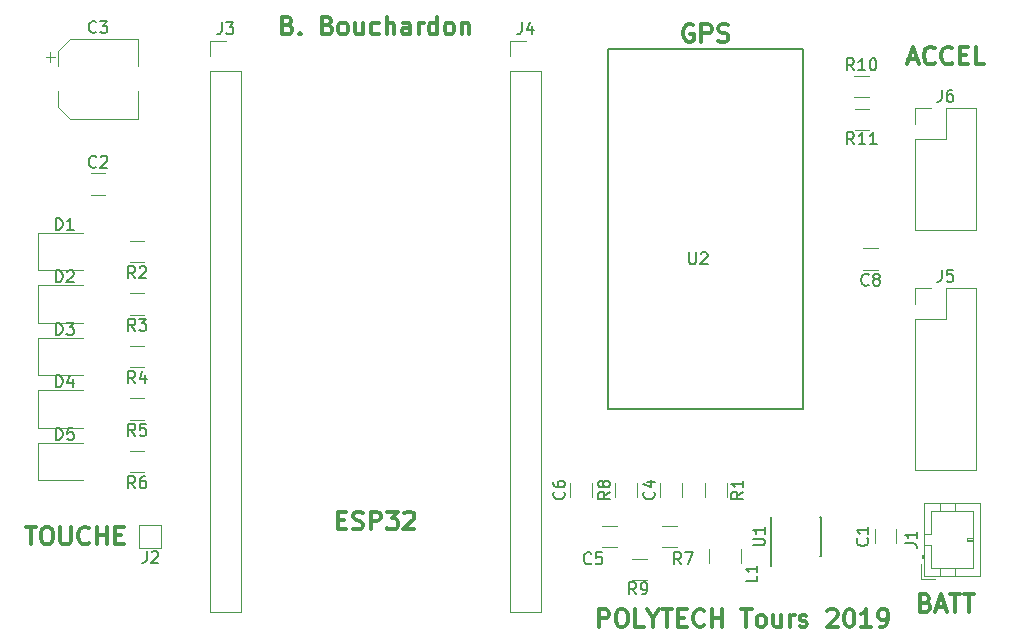
<source format=gto>
G04 #@! TF.GenerationSoftware,KiCad,Pcbnew,5.0.2-bee76a0~70~ubuntu18.10.1*
G04 #@! TF.CreationDate,2019-04-28T23:28:47+02:00*
G04 #@! TF.ProjectId,carte_RouleMaPoule,63617274-655f-4526-9f75-6c654d61506f,A*
G04 #@! TF.SameCoordinates,Original*
G04 #@! TF.FileFunction,Legend,Top*
G04 #@! TF.FilePolarity,Positive*
%FSLAX46Y46*%
G04 Gerber Fmt 4.6, Leading zero omitted, Abs format (unit mm)*
G04 Created by KiCad (PCBNEW 5.0.2-bee76a0~70~ubuntu18.10.1) date dim. 28 avril 2019 23:28:47 CEST*
%MOMM*%
%LPD*%
G01*
G04 APERTURE LIST*
%ADD10C,0.300000*%
%ADD11C,0.150000*%
%ADD12C,0.120000*%
G04 APERTURE END LIST*
D10*
X91631428Y-84982857D02*
X91845714Y-85054285D01*
X91917142Y-85125714D01*
X91988571Y-85268571D01*
X91988571Y-85482857D01*
X91917142Y-85625714D01*
X91845714Y-85697142D01*
X91702857Y-85768571D01*
X91131428Y-85768571D01*
X91131428Y-84268571D01*
X91631428Y-84268571D01*
X91774285Y-84340000D01*
X91845714Y-84411428D01*
X91917142Y-84554285D01*
X91917142Y-84697142D01*
X91845714Y-84840000D01*
X91774285Y-84911428D01*
X91631428Y-84982857D01*
X91131428Y-84982857D01*
X92631428Y-85625714D02*
X92702857Y-85697142D01*
X92631428Y-85768571D01*
X92560000Y-85697142D01*
X92631428Y-85625714D01*
X92631428Y-85768571D01*
X94988571Y-84982857D02*
X95202857Y-85054285D01*
X95274285Y-85125714D01*
X95345714Y-85268571D01*
X95345714Y-85482857D01*
X95274285Y-85625714D01*
X95202857Y-85697142D01*
X95060000Y-85768571D01*
X94488571Y-85768571D01*
X94488571Y-84268571D01*
X94988571Y-84268571D01*
X95131428Y-84340000D01*
X95202857Y-84411428D01*
X95274285Y-84554285D01*
X95274285Y-84697142D01*
X95202857Y-84840000D01*
X95131428Y-84911428D01*
X94988571Y-84982857D01*
X94488571Y-84982857D01*
X96202857Y-85768571D02*
X96060000Y-85697142D01*
X95988571Y-85625714D01*
X95917142Y-85482857D01*
X95917142Y-85054285D01*
X95988571Y-84911428D01*
X96060000Y-84840000D01*
X96202857Y-84768571D01*
X96417142Y-84768571D01*
X96560000Y-84840000D01*
X96631428Y-84911428D01*
X96702857Y-85054285D01*
X96702857Y-85482857D01*
X96631428Y-85625714D01*
X96560000Y-85697142D01*
X96417142Y-85768571D01*
X96202857Y-85768571D01*
X97988571Y-84768571D02*
X97988571Y-85768571D01*
X97345714Y-84768571D02*
X97345714Y-85554285D01*
X97417142Y-85697142D01*
X97560000Y-85768571D01*
X97774285Y-85768571D01*
X97917142Y-85697142D01*
X97988571Y-85625714D01*
X99345714Y-85697142D02*
X99202857Y-85768571D01*
X98917142Y-85768571D01*
X98774285Y-85697142D01*
X98702857Y-85625714D01*
X98631428Y-85482857D01*
X98631428Y-85054285D01*
X98702857Y-84911428D01*
X98774285Y-84840000D01*
X98917142Y-84768571D01*
X99202857Y-84768571D01*
X99345714Y-84840000D01*
X99988571Y-85768571D02*
X99988571Y-84268571D01*
X100631428Y-85768571D02*
X100631428Y-84982857D01*
X100560000Y-84840000D01*
X100417142Y-84768571D01*
X100202857Y-84768571D01*
X100060000Y-84840000D01*
X99988571Y-84911428D01*
X101988571Y-85768571D02*
X101988571Y-84982857D01*
X101917142Y-84840000D01*
X101774285Y-84768571D01*
X101488571Y-84768571D01*
X101345714Y-84840000D01*
X101988571Y-85697142D02*
X101845714Y-85768571D01*
X101488571Y-85768571D01*
X101345714Y-85697142D01*
X101274285Y-85554285D01*
X101274285Y-85411428D01*
X101345714Y-85268571D01*
X101488571Y-85197142D01*
X101845714Y-85197142D01*
X101988571Y-85125714D01*
X102702857Y-85768571D02*
X102702857Y-84768571D01*
X102702857Y-85054285D02*
X102774285Y-84911428D01*
X102845714Y-84840000D01*
X102988571Y-84768571D01*
X103131428Y-84768571D01*
X104274285Y-85768571D02*
X104274285Y-84268571D01*
X104274285Y-85697142D02*
X104131428Y-85768571D01*
X103845714Y-85768571D01*
X103702857Y-85697142D01*
X103631428Y-85625714D01*
X103560000Y-85482857D01*
X103560000Y-85054285D01*
X103631428Y-84911428D01*
X103702857Y-84840000D01*
X103845714Y-84768571D01*
X104131428Y-84768571D01*
X104274285Y-84840000D01*
X105202857Y-85768571D02*
X105060000Y-85697142D01*
X104988571Y-85625714D01*
X104917142Y-85482857D01*
X104917142Y-85054285D01*
X104988571Y-84911428D01*
X105060000Y-84840000D01*
X105202857Y-84768571D01*
X105417142Y-84768571D01*
X105560000Y-84840000D01*
X105631428Y-84911428D01*
X105702857Y-85054285D01*
X105702857Y-85482857D01*
X105631428Y-85625714D01*
X105560000Y-85697142D01*
X105417142Y-85768571D01*
X105202857Y-85768571D01*
X106345714Y-84768571D02*
X106345714Y-85768571D01*
X106345714Y-84911428D02*
X106417142Y-84840000D01*
X106560000Y-84768571D01*
X106774285Y-84768571D01*
X106917142Y-84840000D01*
X106988571Y-84982857D01*
X106988571Y-85768571D01*
X117960714Y-135933571D02*
X117960714Y-134433571D01*
X118532142Y-134433571D01*
X118675000Y-134505000D01*
X118746428Y-134576428D01*
X118817857Y-134719285D01*
X118817857Y-134933571D01*
X118746428Y-135076428D01*
X118675000Y-135147857D01*
X118532142Y-135219285D01*
X117960714Y-135219285D01*
X119746428Y-134433571D02*
X120032142Y-134433571D01*
X120175000Y-134505000D01*
X120317857Y-134647857D01*
X120389285Y-134933571D01*
X120389285Y-135433571D01*
X120317857Y-135719285D01*
X120175000Y-135862142D01*
X120032142Y-135933571D01*
X119746428Y-135933571D01*
X119603571Y-135862142D01*
X119460714Y-135719285D01*
X119389285Y-135433571D01*
X119389285Y-134933571D01*
X119460714Y-134647857D01*
X119603571Y-134505000D01*
X119746428Y-134433571D01*
X121746428Y-135933571D02*
X121032142Y-135933571D01*
X121032142Y-134433571D01*
X122532142Y-135219285D02*
X122532142Y-135933571D01*
X122032142Y-134433571D02*
X122532142Y-135219285D01*
X123032142Y-134433571D01*
X123317857Y-134433571D02*
X124175000Y-134433571D01*
X123746428Y-135933571D02*
X123746428Y-134433571D01*
X124675000Y-135147857D02*
X125175000Y-135147857D01*
X125389285Y-135933571D02*
X124675000Y-135933571D01*
X124675000Y-134433571D01*
X125389285Y-134433571D01*
X126889285Y-135790714D02*
X126817857Y-135862142D01*
X126603571Y-135933571D01*
X126460714Y-135933571D01*
X126246428Y-135862142D01*
X126103571Y-135719285D01*
X126032142Y-135576428D01*
X125960714Y-135290714D01*
X125960714Y-135076428D01*
X126032142Y-134790714D01*
X126103571Y-134647857D01*
X126246428Y-134505000D01*
X126460714Y-134433571D01*
X126603571Y-134433571D01*
X126817857Y-134505000D01*
X126889285Y-134576428D01*
X127532142Y-135933571D02*
X127532142Y-134433571D01*
X127532142Y-135147857D02*
X128389285Y-135147857D01*
X128389285Y-135933571D02*
X128389285Y-134433571D01*
X130032142Y-134433571D02*
X130889285Y-134433571D01*
X130460714Y-135933571D02*
X130460714Y-134433571D01*
X131603571Y-135933571D02*
X131460714Y-135862142D01*
X131389285Y-135790714D01*
X131317857Y-135647857D01*
X131317857Y-135219285D01*
X131389285Y-135076428D01*
X131460714Y-135005000D01*
X131603571Y-134933571D01*
X131817857Y-134933571D01*
X131960714Y-135005000D01*
X132032142Y-135076428D01*
X132103571Y-135219285D01*
X132103571Y-135647857D01*
X132032142Y-135790714D01*
X131960714Y-135862142D01*
X131817857Y-135933571D01*
X131603571Y-135933571D01*
X133389285Y-134933571D02*
X133389285Y-135933571D01*
X132746428Y-134933571D02*
X132746428Y-135719285D01*
X132817857Y-135862142D01*
X132960714Y-135933571D01*
X133175000Y-135933571D01*
X133317857Y-135862142D01*
X133389285Y-135790714D01*
X134103571Y-135933571D02*
X134103571Y-134933571D01*
X134103571Y-135219285D02*
X134175000Y-135076428D01*
X134246428Y-135005000D01*
X134389285Y-134933571D01*
X134532142Y-134933571D01*
X134960714Y-135862142D02*
X135103571Y-135933571D01*
X135389285Y-135933571D01*
X135532142Y-135862142D01*
X135603571Y-135719285D01*
X135603571Y-135647857D01*
X135532142Y-135505000D01*
X135389285Y-135433571D01*
X135175000Y-135433571D01*
X135032142Y-135362142D01*
X134960714Y-135219285D01*
X134960714Y-135147857D01*
X135032142Y-135005000D01*
X135175000Y-134933571D01*
X135389285Y-134933571D01*
X135532142Y-135005000D01*
X137317857Y-134576428D02*
X137389285Y-134505000D01*
X137532142Y-134433571D01*
X137889285Y-134433571D01*
X138032142Y-134505000D01*
X138103571Y-134576428D01*
X138175000Y-134719285D01*
X138175000Y-134862142D01*
X138103571Y-135076428D01*
X137246428Y-135933571D01*
X138175000Y-135933571D01*
X139103571Y-134433571D02*
X139246428Y-134433571D01*
X139389285Y-134505000D01*
X139460714Y-134576428D01*
X139532142Y-134719285D01*
X139603571Y-135005000D01*
X139603571Y-135362142D01*
X139532142Y-135647857D01*
X139460714Y-135790714D01*
X139389285Y-135862142D01*
X139246428Y-135933571D01*
X139103571Y-135933571D01*
X138960714Y-135862142D01*
X138889285Y-135790714D01*
X138817857Y-135647857D01*
X138746428Y-135362142D01*
X138746428Y-135005000D01*
X138817857Y-134719285D01*
X138889285Y-134576428D01*
X138960714Y-134505000D01*
X139103571Y-134433571D01*
X141032142Y-135933571D02*
X140175000Y-135933571D01*
X140603571Y-135933571D02*
X140603571Y-134433571D01*
X140460714Y-134647857D01*
X140317857Y-134790714D01*
X140175000Y-134862142D01*
X141746428Y-135933571D02*
X142032142Y-135933571D01*
X142175000Y-135862142D01*
X142246428Y-135790714D01*
X142389285Y-135576428D01*
X142460714Y-135290714D01*
X142460714Y-134719285D01*
X142389285Y-134576428D01*
X142317857Y-134505000D01*
X142175000Y-134433571D01*
X141889285Y-134433571D01*
X141746428Y-134505000D01*
X141675000Y-134576428D01*
X141603571Y-134719285D01*
X141603571Y-135076428D01*
X141675000Y-135219285D01*
X141746428Y-135290714D01*
X141889285Y-135362142D01*
X142175000Y-135362142D01*
X142317857Y-135290714D01*
X142389285Y-135219285D01*
X142460714Y-135076428D01*
X69445714Y-127448571D02*
X70302857Y-127448571D01*
X69874285Y-128948571D02*
X69874285Y-127448571D01*
X71088571Y-127448571D02*
X71374285Y-127448571D01*
X71517142Y-127520000D01*
X71660000Y-127662857D01*
X71731428Y-127948571D01*
X71731428Y-128448571D01*
X71660000Y-128734285D01*
X71517142Y-128877142D01*
X71374285Y-128948571D01*
X71088571Y-128948571D01*
X70945714Y-128877142D01*
X70802857Y-128734285D01*
X70731428Y-128448571D01*
X70731428Y-127948571D01*
X70802857Y-127662857D01*
X70945714Y-127520000D01*
X71088571Y-127448571D01*
X72374285Y-127448571D02*
X72374285Y-128662857D01*
X72445714Y-128805714D01*
X72517142Y-128877142D01*
X72660000Y-128948571D01*
X72945714Y-128948571D01*
X73088571Y-128877142D01*
X73160000Y-128805714D01*
X73231428Y-128662857D01*
X73231428Y-127448571D01*
X74802857Y-128805714D02*
X74731428Y-128877142D01*
X74517142Y-128948571D01*
X74374285Y-128948571D01*
X74160000Y-128877142D01*
X74017142Y-128734285D01*
X73945714Y-128591428D01*
X73874285Y-128305714D01*
X73874285Y-128091428D01*
X73945714Y-127805714D01*
X74017142Y-127662857D01*
X74160000Y-127520000D01*
X74374285Y-127448571D01*
X74517142Y-127448571D01*
X74731428Y-127520000D01*
X74802857Y-127591428D01*
X75445714Y-128948571D02*
X75445714Y-127448571D01*
X75445714Y-128162857D02*
X76302857Y-128162857D01*
X76302857Y-128948571D02*
X76302857Y-127448571D01*
X77017142Y-128162857D02*
X77517142Y-128162857D01*
X77731428Y-128948571D02*
X77017142Y-128948571D01*
X77017142Y-127448571D01*
X77731428Y-127448571D01*
X125928571Y-84975000D02*
X125785714Y-84903571D01*
X125571428Y-84903571D01*
X125357142Y-84975000D01*
X125214285Y-85117857D01*
X125142857Y-85260714D01*
X125071428Y-85546428D01*
X125071428Y-85760714D01*
X125142857Y-86046428D01*
X125214285Y-86189285D01*
X125357142Y-86332142D01*
X125571428Y-86403571D01*
X125714285Y-86403571D01*
X125928571Y-86332142D01*
X126000000Y-86260714D01*
X126000000Y-85760714D01*
X125714285Y-85760714D01*
X126642857Y-86403571D02*
X126642857Y-84903571D01*
X127214285Y-84903571D01*
X127357142Y-84975000D01*
X127428571Y-85046428D01*
X127500000Y-85189285D01*
X127500000Y-85403571D01*
X127428571Y-85546428D01*
X127357142Y-85617857D01*
X127214285Y-85689285D01*
X126642857Y-85689285D01*
X128071428Y-86332142D02*
X128285714Y-86403571D01*
X128642857Y-86403571D01*
X128785714Y-86332142D01*
X128857142Y-86260714D01*
X128928571Y-86117857D01*
X128928571Y-85975000D01*
X128857142Y-85832142D01*
X128785714Y-85760714D01*
X128642857Y-85689285D01*
X128357142Y-85617857D01*
X128214285Y-85546428D01*
X128142857Y-85475000D01*
X128071428Y-85332142D01*
X128071428Y-85189285D01*
X128142857Y-85046428D01*
X128214285Y-84975000D01*
X128357142Y-84903571D01*
X128714285Y-84903571D01*
X128928571Y-84975000D01*
X95845714Y-126892857D02*
X96345714Y-126892857D01*
X96560000Y-127678571D02*
X95845714Y-127678571D01*
X95845714Y-126178571D01*
X96560000Y-126178571D01*
X97131428Y-127607142D02*
X97345714Y-127678571D01*
X97702857Y-127678571D01*
X97845714Y-127607142D01*
X97917142Y-127535714D01*
X97988571Y-127392857D01*
X97988571Y-127250000D01*
X97917142Y-127107142D01*
X97845714Y-127035714D01*
X97702857Y-126964285D01*
X97417142Y-126892857D01*
X97274285Y-126821428D01*
X97202857Y-126750000D01*
X97131428Y-126607142D01*
X97131428Y-126464285D01*
X97202857Y-126321428D01*
X97274285Y-126250000D01*
X97417142Y-126178571D01*
X97774285Y-126178571D01*
X97988571Y-126250000D01*
X98631428Y-127678571D02*
X98631428Y-126178571D01*
X99202857Y-126178571D01*
X99345714Y-126250000D01*
X99417142Y-126321428D01*
X99488571Y-126464285D01*
X99488571Y-126678571D01*
X99417142Y-126821428D01*
X99345714Y-126892857D01*
X99202857Y-126964285D01*
X98631428Y-126964285D01*
X99988571Y-126178571D02*
X100917142Y-126178571D01*
X100417142Y-126750000D01*
X100631428Y-126750000D01*
X100774285Y-126821428D01*
X100845714Y-126892857D01*
X100917142Y-127035714D01*
X100917142Y-127392857D01*
X100845714Y-127535714D01*
X100774285Y-127607142D01*
X100631428Y-127678571D01*
X100202857Y-127678571D01*
X100060000Y-127607142D01*
X99988571Y-127535714D01*
X101488571Y-126321428D02*
X101560000Y-126250000D01*
X101702857Y-126178571D01*
X102060000Y-126178571D01*
X102202857Y-126250000D01*
X102274285Y-126321428D01*
X102345714Y-126464285D01*
X102345714Y-126607142D01*
X102274285Y-126821428D01*
X101417142Y-127678571D01*
X102345714Y-127678571D01*
X144177142Y-87880000D02*
X144891428Y-87880000D01*
X144034285Y-88308571D02*
X144534285Y-86808571D01*
X145034285Y-88308571D01*
X146391428Y-88165714D02*
X146320000Y-88237142D01*
X146105714Y-88308571D01*
X145962857Y-88308571D01*
X145748571Y-88237142D01*
X145605714Y-88094285D01*
X145534285Y-87951428D01*
X145462857Y-87665714D01*
X145462857Y-87451428D01*
X145534285Y-87165714D01*
X145605714Y-87022857D01*
X145748571Y-86880000D01*
X145962857Y-86808571D01*
X146105714Y-86808571D01*
X146320000Y-86880000D01*
X146391428Y-86951428D01*
X147891428Y-88165714D02*
X147820000Y-88237142D01*
X147605714Y-88308571D01*
X147462857Y-88308571D01*
X147248571Y-88237142D01*
X147105714Y-88094285D01*
X147034285Y-87951428D01*
X146962857Y-87665714D01*
X146962857Y-87451428D01*
X147034285Y-87165714D01*
X147105714Y-87022857D01*
X147248571Y-86880000D01*
X147462857Y-86808571D01*
X147605714Y-86808571D01*
X147820000Y-86880000D01*
X147891428Y-86951428D01*
X148534285Y-87522857D02*
X149034285Y-87522857D01*
X149248571Y-88308571D02*
X148534285Y-88308571D01*
X148534285Y-86808571D01*
X149248571Y-86808571D01*
X150605714Y-88308571D02*
X149891428Y-88308571D01*
X149891428Y-86808571D01*
X145641428Y-133877857D02*
X145855714Y-133949285D01*
X145927142Y-134020714D01*
X145998571Y-134163571D01*
X145998571Y-134377857D01*
X145927142Y-134520714D01*
X145855714Y-134592142D01*
X145712857Y-134663571D01*
X145141428Y-134663571D01*
X145141428Y-133163571D01*
X145641428Y-133163571D01*
X145784285Y-133235000D01*
X145855714Y-133306428D01*
X145927142Y-133449285D01*
X145927142Y-133592142D01*
X145855714Y-133735000D01*
X145784285Y-133806428D01*
X145641428Y-133877857D01*
X145141428Y-133877857D01*
X146570000Y-134235000D02*
X147284285Y-134235000D01*
X146427142Y-134663571D02*
X146927142Y-133163571D01*
X147427142Y-134663571D01*
X147712857Y-133163571D02*
X148570000Y-133163571D01*
X148141428Y-134663571D02*
X148141428Y-133163571D01*
X148855714Y-133163571D02*
X149712857Y-133163571D01*
X149284285Y-134663571D02*
X149284285Y-133163571D01*
D11*
G04 #@! TO.C,U2*
X118745000Y-86995000D02*
X135255000Y-86995000D01*
X135255000Y-86995000D02*
X135255000Y-117475000D01*
X135255000Y-117475000D02*
X118745000Y-117475000D01*
X118745000Y-117475000D02*
X118745000Y-86995000D01*
D12*
G04 #@! TO.C,C1*
X141330000Y-127667936D02*
X141330000Y-128872064D01*
X143150000Y-127667936D02*
X143150000Y-128872064D01*
G04 #@! TO.C,C2*
X74962936Y-97515000D02*
X76167064Y-97515000D01*
X74962936Y-99335000D02*
X76167064Y-99335000D01*
G04 #@! TO.C,C3*
X78975000Y-92945000D02*
X78975000Y-90595000D01*
X78975000Y-86125000D02*
X78975000Y-88475000D01*
X73219437Y-86125000D02*
X78975000Y-86125000D01*
X73219437Y-92945000D02*
X78975000Y-92945000D01*
X72155000Y-91880563D02*
X72155000Y-90595000D01*
X72155000Y-87189437D02*
X72155000Y-88475000D01*
X72155000Y-87189437D02*
X73219437Y-86125000D01*
X72155000Y-91880563D02*
X73219437Y-92945000D01*
X71127500Y-87687500D02*
X71915000Y-87687500D01*
X71521250Y-87293750D02*
X71521250Y-88081250D01*
G04 #@! TO.C,C4*
X123169000Y-124932064D02*
X123169000Y-123727936D01*
X124989000Y-124932064D02*
X124989000Y-123727936D01*
G04 #@! TO.C,C5*
X118266936Y-127360000D02*
X119471064Y-127360000D01*
X118266936Y-129180000D02*
X119471064Y-129180000D01*
G04 #@! TO.C,C6*
X117369000Y-124932064D02*
X117369000Y-123727936D01*
X115549000Y-124932064D02*
X115549000Y-123727936D01*
G04 #@! TO.C,D1*
X74321500Y-102555000D02*
X70436500Y-102555000D01*
X70436500Y-102555000D02*
X70436500Y-105725000D01*
X70436500Y-105725000D02*
X74321500Y-105725000D01*
G04 #@! TO.C,D2*
X70436500Y-110170000D02*
X74321500Y-110170000D01*
X70436500Y-107000000D02*
X70436500Y-110170000D01*
X74321500Y-107000000D02*
X70436500Y-107000000D01*
G04 #@! TO.C,D3*
X74321500Y-111445000D02*
X70436500Y-111445000D01*
X70436500Y-111445000D02*
X70436500Y-114615000D01*
X70436500Y-114615000D02*
X74321500Y-114615000D01*
G04 #@! TO.C,D4*
X70436500Y-119060000D02*
X74321500Y-119060000D01*
X70436500Y-115890000D02*
X70436500Y-119060000D01*
X74321500Y-115890000D02*
X70436500Y-115890000D01*
G04 #@! TO.C,D5*
X74321500Y-120335000D02*
X70436500Y-120335000D01*
X70436500Y-120335000D02*
X70436500Y-123505000D01*
X70436500Y-123505000D02*
X74321500Y-123505000D01*
G04 #@! TO.C,J1*
X145510000Y-131600000D02*
X150230000Y-131600000D01*
X150230000Y-131600000D02*
X150230000Y-125480000D01*
X150230000Y-125480000D02*
X145510000Y-125480000D01*
X145510000Y-125480000D02*
X145510000Y-131600000D01*
X145510000Y-129840000D02*
X145310000Y-129840000D01*
X145310000Y-129840000D02*
X145310000Y-130140000D01*
X145310000Y-130140000D02*
X145510000Y-130140000D01*
X145410000Y-129840000D02*
X145410000Y-130140000D01*
X145510000Y-129040000D02*
X146120000Y-129040000D01*
X146120000Y-129040000D02*
X146120000Y-130990000D01*
X146120000Y-130990000D02*
X149620000Y-130990000D01*
X149620000Y-130990000D02*
X149620000Y-126090000D01*
X149620000Y-126090000D02*
X146120000Y-126090000D01*
X146120000Y-126090000D02*
X146120000Y-128040000D01*
X146120000Y-128040000D02*
X145510000Y-128040000D01*
X146820000Y-131600000D02*
X146820000Y-130990000D01*
X148120000Y-131600000D02*
X148120000Y-130990000D01*
X146820000Y-125480000D02*
X146820000Y-126090000D01*
X148120000Y-125480000D02*
X148120000Y-126090000D01*
X149620000Y-128640000D02*
X149120000Y-128640000D01*
X149120000Y-128640000D02*
X149120000Y-128440000D01*
X149120000Y-128440000D02*
X149620000Y-128440000D01*
X149620000Y-128540000D02*
X149120000Y-128540000D01*
X145210000Y-130650000D02*
X145210000Y-131900000D01*
X145210000Y-131900000D02*
X146460000Y-131900000D01*
G04 #@! TO.C,L1*
X130011000Y-129321936D02*
X130011000Y-130526064D01*
X127291000Y-129321936D02*
X127291000Y-130526064D01*
G04 #@! TO.C,R1*
X128799000Y-123727936D02*
X128799000Y-124932064D01*
X126979000Y-123727936D02*
X126979000Y-124932064D01*
G04 #@! TO.C,R2*
X79472064Y-105050000D02*
X78267936Y-105050000D01*
X79472064Y-103230000D02*
X78267936Y-103230000D01*
G04 #@! TO.C,R3*
X79472064Y-107675000D02*
X78267936Y-107675000D01*
X79472064Y-109495000D02*
X78267936Y-109495000D01*
G04 #@! TO.C,R4*
X79472064Y-113940000D02*
X78267936Y-113940000D01*
X79472064Y-112120000D02*
X78267936Y-112120000D01*
G04 #@! TO.C,R5*
X79472064Y-116565000D02*
X78267936Y-116565000D01*
X79472064Y-118385000D02*
X78267936Y-118385000D01*
G04 #@! TO.C,R6*
X79472064Y-122830000D02*
X78267936Y-122830000D01*
X79472064Y-121010000D02*
X78267936Y-121010000D01*
G04 #@! TO.C,R7*
X123346936Y-127360000D02*
X124551064Y-127360000D01*
X123346936Y-129180000D02*
X124551064Y-129180000D01*
G04 #@! TO.C,R8*
X121179000Y-124932064D02*
X121179000Y-123727936D01*
X119359000Y-124932064D02*
X119359000Y-123727936D01*
G04 #@! TO.C,R9*
X120806936Y-131974000D02*
X122011064Y-131974000D01*
X120806936Y-130154000D02*
X122011064Y-130154000D01*
D11*
G04 #@! TO.C,U1*
X132495000Y-126645000D02*
X132560000Y-126645000D01*
X136745000Y-126645000D02*
X136680000Y-126645000D01*
X136745000Y-129895000D02*
X136680000Y-129895000D01*
X132495000Y-129895000D02*
X132495000Y-126645000D01*
X136745000Y-129895000D02*
X136745000Y-126645000D01*
X132495000Y-129895000D02*
X132495000Y-130820000D01*
D12*
G04 #@! TO.C,J2*
X79060000Y-127320000D02*
X79060000Y-129220000D01*
X79060000Y-129220000D02*
X80910000Y-129220000D01*
X80910000Y-129220000D02*
X80910000Y-127370000D01*
X80910000Y-127370000D02*
X80910000Y-127320000D01*
X80910000Y-127320000D02*
X79060000Y-127320000D01*
G04 #@! TO.C,J3*
X85030000Y-86300000D02*
X86360000Y-86300000D01*
X85030000Y-87630000D02*
X85030000Y-86300000D01*
X85030000Y-88900000D02*
X87690000Y-88900000D01*
X87690000Y-88900000D02*
X87690000Y-134680000D01*
X85030000Y-88900000D02*
X85030000Y-134680000D01*
X85030000Y-134680000D02*
X87690000Y-134680000D01*
G04 #@! TO.C,J4*
X110430000Y-134680000D02*
X113090000Y-134680000D01*
X110430000Y-88900000D02*
X110430000Y-134680000D01*
X113090000Y-88900000D02*
X113090000Y-134680000D01*
X110430000Y-88900000D02*
X113090000Y-88900000D01*
X110430000Y-87630000D02*
X110430000Y-86300000D01*
X110430000Y-86300000D02*
X111760000Y-86300000D01*
G04 #@! TO.C,C8*
X141572064Y-105685000D02*
X140367936Y-105685000D01*
X141572064Y-103865000D02*
X140367936Y-103865000D01*
G04 #@! TO.C,R10*
X139602936Y-89260000D02*
X140807064Y-89260000D01*
X139602936Y-91080000D02*
X140807064Y-91080000D01*
G04 #@! TO.C,R11*
X139607937Y-93880001D02*
X140812065Y-93880001D01*
X139607937Y-92060001D02*
X140812065Y-92060001D01*
G04 #@! TO.C,J5*
X144720000Y-122615000D02*
X149920000Y-122615000D01*
X144720000Y-109855000D02*
X144720000Y-122615000D01*
X149920000Y-107255000D02*
X149920000Y-122615000D01*
X144720000Y-109855000D02*
X147320000Y-109855000D01*
X147320000Y-109855000D02*
X147320000Y-107255000D01*
X147320000Y-107255000D02*
X149920000Y-107255000D01*
X144720000Y-108585000D02*
X144720000Y-107255000D01*
X144720000Y-107255000D02*
X146050000Y-107255000D01*
G04 #@! TO.C,J6*
X144720000Y-102295000D02*
X149920000Y-102295000D01*
X144720000Y-94615000D02*
X144720000Y-102295000D01*
X149920000Y-92015000D02*
X149920000Y-102295000D01*
X144720000Y-94615000D02*
X147320000Y-94615000D01*
X147320000Y-94615000D02*
X147320000Y-92015000D01*
X147320000Y-92015000D02*
X149920000Y-92015000D01*
X144720000Y-93345000D02*
X144720000Y-92015000D01*
X144720000Y-92015000D02*
X146050000Y-92015000D01*
G04 #@! TO.C,U2*
D11*
X125603095Y-104227380D02*
X125603095Y-105036904D01*
X125650714Y-105132142D01*
X125698333Y-105179761D01*
X125793571Y-105227380D01*
X125984047Y-105227380D01*
X126079285Y-105179761D01*
X126126904Y-105132142D01*
X126174523Y-105036904D01*
X126174523Y-104227380D01*
X126603095Y-104322619D02*
X126650714Y-104275000D01*
X126745952Y-104227380D01*
X126984047Y-104227380D01*
X127079285Y-104275000D01*
X127126904Y-104322619D01*
X127174523Y-104417857D01*
X127174523Y-104513095D01*
X127126904Y-104655952D01*
X126555476Y-105227380D01*
X127174523Y-105227380D01*
G04 #@! TO.C,C1*
X140692142Y-128436666D02*
X140739761Y-128484285D01*
X140787380Y-128627142D01*
X140787380Y-128722380D01*
X140739761Y-128865238D01*
X140644523Y-128960476D01*
X140549285Y-129008095D01*
X140358809Y-129055714D01*
X140215952Y-129055714D01*
X140025476Y-129008095D01*
X139930238Y-128960476D01*
X139835000Y-128865238D01*
X139787380Y-128722380D01*
X139787380Y-128627142D01*
X139835000Y-128484285D01*
X139882619Y-128436666D01*
X140787380Y-127484285D02*
X140787380Y-128055714D01*
X140787380Y-127770000D02*
X139787380Y-127770000D01*
X139930238Y-127865238D01*
X140025476Y-127960476D01*
X140073095Y-128055714D01*
G04 #@! TO.C,C2*
X75398333Y-96962142D02*
X75350714Y-97009761D01*
X75207857Y-97057380D01*
X75112619Y-97057380D01*
X74969761Y-97009761D01*
X74874523Y-96914523D01*
X74826904Y-96819285D01*
X74779285Y-96628809D01*
X74779285Y-96485952D01*
X74826904Y-96295476D01*
X74874523Y-96200238D01*
X74969761Y-96105000D01*
X75112619Y-96057380D01*
X75207857Y-96057380D01*
X75350714Y-96105000D01*
X75398333Y-96152619D01*
X75779285Y-96152619D02*
X75826904Y-96105000D01*
X75922142Y-96057380D01*
X76160238Y-96057380D01*
X76255476Y-96105000D01*
X76303095Y-96152619D01*
X76350714Y-96247857D01*
X76350714Y-96343095D01*
X76303095Y-96485952D01*
X75731666Y-97057380D01*
X76350714Y-97057380D01*
G04 #@! TO.C,C3*
X75398333Y-85542142D02*
X75350714Y-85589761D01*
X75207857Y-85637380D01*
X75112619Y-85637380D01*
X74969761Y-85589761D01*
X74874523Y-85494523D01*
X74826904Y-85399285D01*
X74779285Y-85208809D01*
X74779285Y-85065952D01*
X74826904Y-84875476D01*
X74874523Y-84780238D01*
X74969761Y-84685000D01*
X75112619Y-84637380D01*
X75207857Y-84637380D01*
X75350714Y-84685000D01*
X75398333Y-84732619D01*
X75731666Y-84637380D02*
X76350714Y-84637380D01*
X76017380Y-85018333D01*
X76160238Y-85018333D01*
X76255476Y-85065952D01*
X76303095Y-85113571D01*
X76350714Y-85208809D01*
X76350714Y-85446904D01*
X76303095Y-85542142D01*
X76255476Y-85589761D01*
X76160238Y-85637380D01*
X75874523Y-85637380D01*
X75779285Y-85589761D01*
X75731666Y-85542142D01*
G04 #@! TO.C,C4*
X122616142Y-124496666D02*
X122663761Y-124544285D01*
X122711380Y-124687142D01*
X122711380Y-124782380D01*
X122663761Y-124925238D01*
X122568523Y-125020476D01*
X122473285Y-125068095D01*
X122282809Y-125115714D01*
X122139952Y-125115714D01*
X121949476Y-125068095D01*
X121854238Y-125020476D01*
X121759000Y-124925238D01*
X121711380Y-124782380D01*
X121711380Y-124687142D01*
X121759000Y-124544285D01*
X121806619Y-124496666D01*
X122044714Y-123639523D02*
X122711380Y-123639523D01*
X121663761Y-123877619D02*
X122378047Y-124115714D01*
X122378047Y-123496666D01*
G04 #@! TO.C,C5*
X117308333Y-130532142D02*
X117260714Y-130579761D01*
X117117857Y-130627380D01*
X117022619Y-130627380D01*
X116879761Y-130579761D01*
X116784523Y-130484523D01*
X116736904Y-130389285D01*
X116689285Y-130198809D01*
X116689285Y-130055952D01*
X116736904Y-129865476D01*
X116784523Y-129770238D01*
X116879761Y-129675000D01*
X117022619Y-129627380D01*
X117117857Y-129627380D01*
X117260714Y-129675000D01*
X117308333Y-129722619D01*
X118213095Y-129627380D02*
X117736904Y-129627380D01*
X117689285Y-130103571D01*
X117736904Y-130055952D01*
X117832142Y-130008333D01*
X118070238Y-130008333D01*
X118165476Y-130055952D01*
X118213095Y-130103571D01*
X118260714Y-130198809D01*
X118260714Y-130436904D01*
X118213095Y-130532142D01*
X118165476Y-130579761D01*
X118070238Y-130627380D01*
X117832142Y-130627380D01*
X117736904Y-130579761D01*
X117689285Y-130532142D01*
G04 #@! TO.C,C6*
X114996142Y-124496666D02*
X115043761Y-124544285D01*
X115091380Y-124687142D01*
X115091380Y-124782380D01*
X115043761Y-124925238D01*
X114948523Y-125020476D01*
X114853285Y-125068095D01*
X114662809Y-125115714D01*
X114519952Y-125115714D01*
X114329476Y-125068095D01*
X114234238Y-125020476D01*
X114139000Y-124925238D01*
X114091380Y-124782380D01*
X114091380Y-124687142D01*
X114139000Y-124544285D01*
X114186619Y-124496666D01*
X114091380Y-123639523D02*
X114091380Y-123830000D01*
X114139000Y-123925238D01*
X114186619Y-123972857D01*
X114329476Y-124068095D01*
X114519952Y-124115714D01*
X114900904Y-124115714D01*
X114996142Y-124068095D01*
X115043761Y-124020476D01*
X115091380Y-123925238D01*
X115091380Y-123734761D01*
X115043761Y-123639523D01*
X114996142Y-123591904D01*
X114900904Y-123544285D01*
X114662809Y-123544285D01*
X114567571Y-123591904D01*
X114519952Y-123639523D01*
X114472333Y-123734761D01*
X114472333Y-123925238D01*
X114519952Y-124020476D01*
X114567571Y-124068095D01*
X114662809Y-124115714D01*
G04 #@! TO.C,D1*
X71983404Y-102312380D02*
X71983404Y-101312380D01*
X72221500Y-101312380D01*
X72364357Y-101360000D01*
X72459595Y-101455238D01*
X72507214Y-101550476D01*
X72554833Y-101740952D01*
X72554833Y-101883809D01*
X72507214Y-102074285D01*
X72459595Y-102169523D01*
X72364357Y-102264761D01*
X72221500Y-102312380D01*
X71983404Y-102312380D01*
X73507214Y-102312380D02*
X72935785Y-102312380D01*
X73221500Y-102312380D02*
X73221500Y-101312380D01*
X73126261Y-101455238D01*
X73031023Y-101550476D01*
X72935785Y-101598095D01*
G04 #@! TO.C,D2*
X71983404Y-106757380D02*
X71983404Y-105757380D01*
X72221500Y-105757380D01*
X72364357Y-105805000D01*
X72459595Y-105900238D01*
X72507214Y-105995476D01*
X72554833Y-106185952D01*
X72554833Y-106328809D01*
X72507214Y-106519285D01*
X72459595Y-106614523D01*
X72364357Y-106709761D01*
X72221500Y-106757380D01*
X71983404Y-106757380D01*
X72935785Y-105852619D02*
X72983404Y-105805000D01*
X73078642Y-105757380D01*
X73316738Y-105757380D01*
X73411976Y-105805000D01*
X73459595Y-105852619D01*
X73507214Y-105947857D01*
X73507214Y-106043095D01*
X73459595Y-106185952D01*
X72888166Y-106757380D01*
X73507214Y-106757380D01*
G04 #@! TO.C,D3*
X71983404Y-111202380D02*
X71983404Y-110202380D01*
X72221500Y-110202380D01*
X72364357Y-110250000D01*
X72459595Y-110345238D01*
X72507214Y-110440476D01*
X72554833Y-110630952D01*
X72554833Y-110773809D01*
X72507214Y-110964285D01*
X72459595Y-111059523D01*
X72364357Y-111154761D01*
X72221500Y-111202380D01*
X71983404Y-111202380D01*
X72888166Y-110202380D02*
X73507214Y-110202380D01*
X73173880Y-110583333D01*
X73316738Y-110583333D01*
X73411976Y-110630952D01*
X73459595Y-110678571D01*
X73507214Y-110773809D01*
X73507214Y-111011904D01*
X73459595Y-111107142D01*
X73411976Y-111154761D01*
X73316738Y-111202380D01*
X73031023Y-111202380D01*
X72935785Y-111154761D01*
X72888166Y-111107142D01*
G04 #@! TO.C,D4*
X71983404Y-115647380D02*
X71983404Y-114647380D01*
X72221500Y-114647380D01*
X72364357Y-114695000D01*
X72459595Y-114790238D01*
X72507214Y-114885476D01*
X72554833Y-115075952D01*
X72554833Y-115218809D01*
X72507214Y-115409285D01*
X72459595Y-115504523D01*
X72364357Y-115599761D01*
X72221500Y-115647380D01*
X71983404Y-115647380D01*
X73411976Y-114980714D02*
X73411976Y-115647380D01*
X73173880Y-114599761D02*
X72935785Y-115314047D01*
X73554833Y-115314047D01*
G04 #@! TO.C,D5*
X71983404Y-120092380D02*
X71983404Y-119092380D01*
X72221500Y-119092380D01*
X72364357Y-119140000D01*
X72459595Y-119235238D01*
X72507214Y-119330476D01*
X72554833Y-119520952D01*
X72554833Y-119663809D01*
X72507214Y-119854285D01*
X72459595Y-119949523D01*
X72364357Y-120044761D01*
X72221500Y-120092380D01*
X71983404Y-120092380D01*
X73459595Y-119092380D02*
X72983404Y-119092380D01*
X72935785Y-119568571D01*
X72983404Y-119520952D01*
X73078642Y-119473333D01*
X73316738Y-119473333D01*
X73411976Y-119520952D01*
X73459595Y-119568571D01*
X73507214Y-119663809D01*
X73507214Y-119901904D01*
X73459595Y-119997142D01*
X73411976Y-120044761D01*
X73316738Y-120092380D01*
X73078642Y-120092380D01*
X72983404Y-120044761D01*
X72935785Y-119997142D01*
G04 #@! TO.C,J1*
X143872380Y-128873333D02*
X144586666Y-128873333D01*
X144729523Y-128920952D01*
X144824761Y-129016190D01*
X144872380Y-129159047D01*
X144872380Y-129254285D01*
X144872380Y-127873333D02*
X144872380Y-128444761D01*
X144872380Y-128159047D02*
X143872380Y-128159047D01*
X144015238Y-128254285D01*
X144110476Y-128349523D01*
X144158095Y-128444761D01*
G04 #@! TO.C,L1*
X131383380Y-131611666D02*
X131383380Y-132087857D01*
X130383380Y-132087857D01*
X131383380Y-130754523D02*
X131383380Y-131325952D01*
X131383380Y-131040238D02*
X130383380Y-131040238D01*
X130526238Y-131135476D01*
X130621476Y-131230714D01*
X130669095Y-131325952D01*
G04 #@! TO.C,R1*
X130161380Y-124496666D02*
X129685190Y-124830000D01*
X130161380Y-125068095D02*
X129161380Y-125068095D01*
X129161380Y-124687142D01*
X129209000Y-124591904D01*
X129256619Y-124544285D01*
X129351857Y-124496666D01*
X129494714Y-124496666D01*
X129589952Y-124544285D01*
X129637571Y-124591904D01*
X129685190Y-124687142D01*
X129685190Y-125068095D01*
X130161380Y-123544285D02*
X130161380Y-124115714D01*
X130161380Y-123830000D02*
X129161380Y-123830000D01*
X129304238Y-123925238D01*
X129399476Y-124020476D01*
X129447095Y-124115714D01*
G04 #@! TO.C,R2*
X78703333Y-106412380D02*
X78370000Y-105936190D01*
X78131904Y-106412380D02*
X78131904Y-105412380D01*
X78512857Y-105412380D01*
X78608095Y-105460000D01*
X78655714Y-105507619D01*
X78703333Y-105602857D01*
X78703333Y-105745714D01*
X78655714Y-105840952D01*
X78608095Y-105888571D01*
X78512857Y-105936190D01*
X78131904Y-105936190D01*
X79084285Y-105507619D02*
X79131904Y-105460000D01*
X79227142Y-105412380D01*
X79465238Y-105412380D01*
X79560476Y-105460000D01*
X79608095Y-105507619D01*
X79655714Y-105602857D01*
X79655714Y-105698095D01*
X79608095Y-105840952D01*
X79036666Y-106412380D01*
X79655714Y-106412380D01*
G04 #@! TO.C,R3*
X78703333Y-110857380D02*
X78370000Y-110381190D01*
X78131904Y-110857380D02*
X78131904Y-109857380D01*
X78512857Y-109857380D01*
X78608095Y-109905000D01*
X78655714Y-109952619D01*
X78703333Y-110047857D01*
X78703333Y-110190714D01*
X78655714Y-110285952D01*
X78608095Y-110333571D01*
X78512857Y-110381190D01*
X78131904Y-110381190D01*
X79036666Y-109857380D02*
X79655714Y-109857380D01*
X79322380Y-110238333D01*
X79465238Y-110238333D01*
X79560476Y-110285952D01*
X79608095Y-110333571D01*
X79655714Y-110428809D01*
X79655714Y-110666904D01*
X79608095Y-110762142D01*
X79560476Y-110809761D01*
X79465238Y-110857380D01*
X79179523Y-110857380D01*
X79084285Y-110809761D01*
X79036666Y-110762142D01*
G04 #@! TO.C,R4*
X78703333Y-115302380D02*
X78370000Y-114826190D01*
X78131904Y-115302380D02*
X78131904Y-114302380D01*
X78512857Y-114302380D01*
X78608095Y-114350000D01*
X78655714Y-114397619D01*
X78703333Y-114492857D01*
X78703333Y-114635714D01*
X78655714Y-114730952D01*
X78608095Y-114778571D01*
X78512857Y-114826190D01*
X78131904Y-114826190D01*
X79560476Y-114635714D02*
X79560476Y-115302380D01*
X79322380Y-114254761D02*
X79084285Y-114969047D01*
X79703333Y-114969047D01*
G04 #@! TO.C,R5*
X78703333Y-119747380D02*
X78370000Y-119271190D01*
X78131904Y-119747380D02*
X78131904Y-118747380D01*
X78512857Y-118747380D01*
X78608095Y-118795000D01*
X78655714Y-118842619D01*
X78703333Y-118937857D01*
X78703333Y-119080714D01*
X78655714Y-119175952D01*
X78608095Y-119223571D01*
X78512857Y-119271190D01*
X78131904Y-119271190D01*
X79608095Y-118747380D02*
X79131904Y-118747380D01*
X79084285Y-119223571D01*
X79131904Y-119175952D01*
X79227142Y-119128333D01*
X79465238Y-119128333D01*
X79560476Y-119175952D01*
X79608095Y-119223571D01*
X79655714Y-119318809D01*
X79655714Y-119556904D01*
X79608095Y-119652142D01*
X79560476Y-119699761D01*
X79465238Y-119747380D01*
X79227142Y-119747380D01*
X79131904Y-119699761D01*
X79084285Y-119652142D01*
G04 #@! TO.C,R6*
X78703333Y-124192380D02*
X78370000Y-123716190D01*
X78131904Y-124192380D02*
X78131904Y-123192380D01*
X78512857Y-123192380D01*
X78608095Y-123240000D01*
X78655714Y-123287619D01*
X78703333Y-123382857D01*
X78703333Y-123525714D01*
X78655714Y-123620952D01*
X78608095Y-123668571D01*
X78512857Y-123716190D01*
X78131904Y-123716190D01*
X79560476Y-123192380D02*
X79370000Y-123192380D01*
X79274761Y-123240000D01*
X79227142Y-123287619D01*
X79131904Y-123430476D01*
X79084285Y-123620952D01*
X79084285Y-124001904D01*
X79131904Y-124097142D01*
X79179523Y-124144761D01*
X79274761Y-124192380D01*
X79465238Y-124192380D01*
X79560476Y-124144761D01*
X79608095Y-124097142D01*
X79655714Y-124001904D01*
X79655714Y-123763809D01*
X79608095Y-123668571D01*
X79560476Y-123620952D01*
X79465238Y-123573333D01*
X79274761Y-123573333D01*
X79179523Y-123620952D01*
X79131904Y-123668571D01*
X79084285Y-123763809D01*
G04 #@! TO.C,R7*
X124928333Y-130627380D02*
X124595000Y-130151190D01*
X124356904Y-130627380D02*
X124356904Y-129627380D01*
X124737857Y-129627380D01*
X124833095Y-129675000D01*
X124880714Y-129722619D01*
X124928333Y-129817857D01*
X124928333Y-129960714D01*
X124880714Y-130055952D01*
X124833095Y-130103571D01*
X124737857Y-130151190D01*
X124356904Y-130151190D01*
X125261666Y-129627380D02*
X125928333Y-129627380D01*
X125499761Y-130627380D01*
G04 #@! TO.C,R8*
X118901380Y-124496666D02*
X118425190Y-124830000D01*
X118901380Y-125068095D02*
X117901380Y-125068095D01*
X117901380Y-124687142D01*
X117949000Y-124591904D01*
X117996619Y-124544285D01*
X118091857Y-124496666D01*
X118234714Y-124496666D01*
X118329952Y-124544285D01*
X118377571Y-124591904D01*
X118425190Y-124687142D01*
X118425190Y-125068095D01*
X118329952Y-123925238D02*
X118282333Y-124020476D01*
X118234714Y-124068095D01*
X118139476Y-124115714D01*
X118091857Y-124115714D01*
X117996619Y-124068095D01*
X117949000Y-124020476D01*
X117901380Y-123925238D01*
X117901380Y-123734761D01*
X117949000Y-123639523D01*
X117996619Y-123591904D01*
X118091857Y-123544285D01*
X118139476Y-123544285D01*
X118234714Y-123591904D01*
X118282333Y-123639523D01*
X118329952Y-123734761D01*
X118329952Y-123925238D01*
X118377571Y-124020476D01*
X118425190Y-124068095D01*
X118520428Y-124115714D01*
X118710904Y-124115714D01*
X118806142Y-124068095D01*
X118853761Y-124020476D01*
X118901380Y-123925238D01*
X118901380Y-123734761D01*
X118853761Y-123639523D01*
X118806142Y-123591904D01*
X118710904Y-123544285D01*
X118520428Y-123544285D01*
X118425190Y-123591904D01*
X118377571Y-123639523D01*
X118329952Y-123734761D01*
G04 #@! TO.C,R9*
X121118333Y-133167380D02*
X120785000Y-132691190D01*
X120546904Y-133167380D02*
X120546904Y-132167380D01*
X120927857Y-132167380D01*
X121023095Y-132215000D01*
X121070714Y-132262619D01*
X121118333Y-132357857D01*
X121118333Y-132500714D01*
X121070714Y-132595952D01*
X121023095Y-132643571D01*
X120927857Y-132691190D01*
X120546904Y-132691190D01*
X121594523Y-133167380D02*
X121785000Y-133167380D01*
X121880238Y-133119761D01*
X121927857Y-133072142D01*
X122023095Y-132929285D01*
X122070714Y-132738809D01*
X122070714Y-132357857D01*
X122023095Y-132262619D01*
X121975476Y-132215000D01*
X121880238Y-132167380D01*
X121689761Y-132167380D01*
X121594523Y-132215000D01*
X121546904Y-132262619D01*
X121499285Y-132357857D01*
X121499285Y-132595952D01*
X121546904Y-132691190D01*
X121594523Y-132738809D01*
X121689761Y-132786428D01*
X121880238Y-132786428D01*
X121975476Y-132738809D01*
X122023095Y-132691190D01*
X122070714Y-132595952D01*
G04 #@! TO.C,U1*
X131022380Y-129031904D02*
X131831904Y-129031904D01*
X131927142Y-128984285D01*
X131974761Y-128936666D01*
X132022380Y-128841428D01*
X132022380Y-128650952D01*
X131974761Y-128555714D01*
X131927142Y-128508095D01*
X131831904Y-128460476D01*
X131022380Y-128460476D01*
X132022380Y-127460476D02*
X132022380Y-128031904D01*
X132022380Y-127746190D02*
X131022380Y-127746190D01*
X131165238Y-127841428D01*
X131260476Y-127936666D01*
X131308095Y-128031904D01*
G04 #@! TO.C,J2*
X79676666Y-129522380D02*
X79676666Y-130236666D01*
X79629047Y-130379523D01*
X79533809Y-130474761D01*
X79390952Y-130522380D01*
X79295714Y-130522380D01*
X80105238Y-129617619D02*
X80152857Y-129570000D01*
X80248095Y-129522380D01*
X80486190Y-129522380D01*
X80581428Y-129570000D01*
X80629047Y-129617619D01*
X80676666Y-129712857D01*
X80676666Y-129808095D01*
X80629047Y-129950952D01*
X80057619Y-130522380D01*
X80676666Y-130522380D01*
G04 #@! TO.C,J3*
X86026666Y-84752380D02*
X86026666Y-85466666D01*
X85979047Y-85609523D01*
X85883809Y-85704761D01*
X85740952Y-85752380D01*
X85645714Y-85752380D01*
X86407619Y-84752380D02*
X87026666Y-84752380D01*
X86693333Y-85133333D01*
X86836190Y-85133333D01*
X86931428Y-85180952D01*
X86979047Y-85228571D01*
X87026666Y-85323809D01*
X87026666Y-85561904D01*
X86979047Y-85657142D01*
X86931428Y-85704761D01*
X86836190Y-85752380D01*
X86550476Y-85752380D01*
X86455238Y-85704761D01*
X86407619Y-85657142D01*
G04 #@! TO.C,J4*
X111426666Y-84752380D02*
X111426666Y-85466666D01*
X111379047Y-85609523D01*
X111283809Y-85704761D01*
X111140952Y-85752380D01*
X111045714Y-85752380D01*
X112331428Y-85085714D02*
X112331428Y-85752380D01*
X112093333Y-84704761D02*
X111855238Y-85419047D01*
X112474285Y-85419047D01*
G04 #@! TO.C,C8*
X140803333Y-106952142D02*
X140755714Y-106999761D01*
X140612857Y-107047380D01*
X140517619Y-107047380D01*
X140374761Y-106999761D01*
X140279523Y-106904523D01*
X140231904Y-106809285D01*
X140184285Y-106618809D01*
X140184285Y-106475952D01*
X140231904Y-106285476D01*
X140279523Y-106190238D01*
X140374761Y-106095000D01*
X140517619Y-106047380D01*
X140612857Y-106047380D01*
X140755714Y-106095000D01*
X140803333Y-106142619D01*
X141374761Y-106475952D02*
X141279523Y-106428333D01*
X141231904Y-106380714D01*
X141184285Y-106285476D01*
X141184285Y-106237857D01*
X141231904Y-106142619D01*
X141279523Y-106095000D01*
X141374761Y-106047380D01*
X141565238Y-106047380D01*
X141660476Y-106095000D01*
X141708095Y-106142619D01*
X141755714Y-106237857D01*
X141755714Y-106285476D01*
X141708095Y-106380714D01*
X141660476Y-106428333D01*
X141565238Y-106475952D01*
X141374761Y-106475952D01*
X141279523Y-106523571D01*
X141231904Y-106571190D01*
X141184285Y-106666428D01*
X141184285Y-106856904D01*
X141231904Y-106952142D01*
X141279523Y-106999761D01*
X141374761Y-107047380D01*
X141565238Y-107047380D01*
X141660476Y-106999761D01*
X141708095Y-106952142D01*
X141755714Y-106856904D01*
X141755714Y-106666428D01*
X141708095Y-106571190D01*
X141660476Y-106523571D01*
X141565238Y-106475952D01*
G04 #@! TO.C,R10*
X139562142Y-88802380D02*
X139228809Y-88326190D01*
X138990714Y-88802380D02*
X138990714Y-87802380D01*
X139371666Y-87802380D01*
X139466904Y-87850000D01*
X139514523Y-87897619D01*
X139562142Y-87992857D01*
X139562142Y-88135714D01*
X139514523Y-88230952D01*
X139466904Y-88278571D01*
X139371666Y-88326190D01*
X138990714Y-88326190D01*
X140514523Y-88802380D02*
X139943095Y-88802380D01*
X140228809Y-88802380D02*
X140228809Y-87802380D01*
X140133571Y-87945238D01*
X140038333Y-88040476D01*
X139943095Y-88088095D01*
X141133571Y-87802380D02*
X141228809Y-87802380D01*
X141324047Y-87850000D01*
X141371666Y-87897619D01*
X141419285Y-87992857D01*
X141466904Y-88183333D01*
X141466904Y-88421428D01*
X141419285Y-88611904D01*
X141371666Y-88707142D01*
X141324047Y-88754761D01*
X141228809Y-88802380D01*
X141133571Y-88802380D01*
X141038333Y-88754761D01*
X140990714Y-88707142D01*
X140943095Y-88611904D01*
X140895476Y-88421428D01*
X140895476Y-88183333D01*
X140943095Y-87992857D01*
X140990714Y-87897619D01*
X141038333Y-87850000D01*
X141133571Y-87802380D01*
G04 #@! TO.C,R11*
X139567143Y-95067380D02*
X139233810Y-94591190D01*
X138995715Y-95067380D02*
X138995715Y-94067380D01*
X139376667Y-94067380D01*
X139471905Y-94115000D01*
X139519524Y-94162619D01*
X139567143Y-94257857D01*
X139567143Y-94400714D01*
X139519524Y-94495952D01*
X139471905Y-94543571D01*
X139376667Y-94591190D01*
X138995715Y-94591190D01*
X140519524Y-95067380D02*
X139948096Y-95067380D01*
X140233810Y-95067380D02*
X140233810Y-94067380D01*
X140138572Y-94210238D01*
X140043334Y-94305476D01*
X139948096Y-94353095D01*
X141471905Y-95067380D02*
X140900477Y-95067380D01*
X141186191Y-95067380D02*
X141186191Y-94067380D01*
X141090953Y-94210238D01*
X140995715Y-94305476D01*
X140900477Y-94353095D01*
G04 #@! TO.C,J5*
X146986666Y-105707380D02*
X146986666Y-106421666D01*
X146939047Y-106564523D01*
X146843809Y-106659761D01*
X146700952Y-106707380D01*
X146605714Y-106707380D01*
X147939047Y-105707380D02*
X147462857Y-105707380D01*
X147415238Y-106183571D01*
X147462857Y-106135952D01*
X147558095Y-106088333D01*
X147796190Y-106088333D01*
X147891428Y-106135952D01*
X147939047Y-106183571D01*
X147986666Y-106278809D01*
X147986666Y-106516904D01*
X147939047Y-106612142D01*
X147891428Y-106659761D01*
X147796190Y-106707380D01*
X147558095Y-106707380D01*
X147462857Y-106659761D01*
X147415238Y-106612142D01*
G04 #@! TO.C,J6*
X146986666Y-90467380D02*
X146986666Y-91181666D01*
X146939047Y-91324523D01*
X146843809Y-91419761D01*
X146700952Y-91467380D01*
X146605714Y-91467380D01*
X147891428Y-90467380D02*
X147700952Y-90467380D01*
X147605714Y-90515000D01*
X147558095Y-90562619D01*
X147462857Y-90705476D01*
X147415238Y-90895952D01*
X147415238Y-91276904D01*
X147462857Y-91372142D01*
X147510476Y-91419761D01*
X147605714Y-91467380D01*
X147796190Y-91467380D01*
X147891428Y-91419761D01*
X147939047Y-91372142D01*
X147986666Y-91276904D01*
X147986666Y-91038809D01*
X147939047Y-90943571D01*
X147891428Y-90895952D01*
X147796190Y-90848333D01*
X147605714Y-90848333D01*
X147510476Y-90895952D01*
X147462857Y-90943571D01*
X147415238Y-91038809D01*
G04 #@! TD*
M02*

</source>
